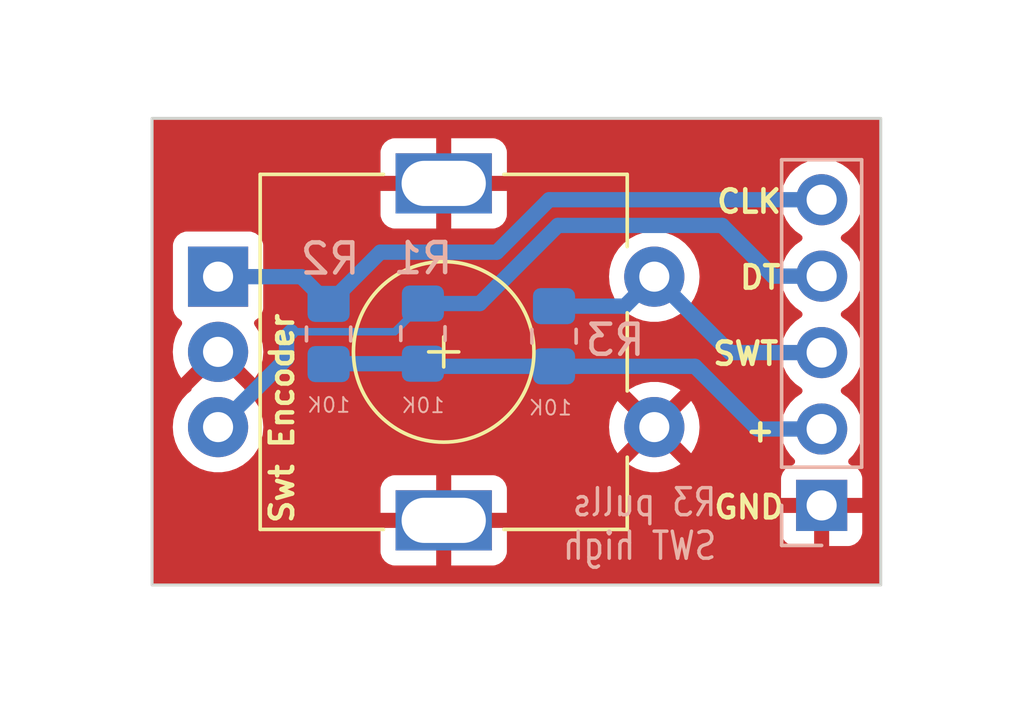
<source format=kicad_pcb>
(kicad_pcb (version 20221018) (generator pcbnew)
  (layers (0 "F.Cu" signal) (31 "B.Cu" signal) (34 "B.Paste" user) (35 "F.Paste" user) (36 "B.SilkS" user "B.Silkscreen") (37 "F.SilkS" user "F.Silkscreen") (38 "B.Mask" user) (39 "F.Mask" user) (44 "Edge.Cuts" user))
  (net 0 "")
  (net 1 "GND")
  (net 2 "+5V")
  (net 3 "/SW")
  (net 4 "/DT")
  (net 5 "/CLK")
  (footprint "000_Thomas_Footprints:Rotary Encoder" (layer "F.Cu") (at 139.707 86.995)
    (fp_text reference "SW1" hide)
    (fp_text value "RotaryEncoder_Switch")
    (fp_line (start -6.218 -5.888) (end -6.218 5.912) (stroke (width 0.12)) (layer "F.SilkS"))
    (fp_line (start -2.118 -5.888) (end -6.218 -5.888) (stroke (width 0.12)) (layer "F.SilkS"))
    (fp_line (start -2.118 5.912) (end -6.218 5.912) (stroke (width 0.12)) (layer "F.SilkS"))
    (fp_line (start -0.618 0.012) (end 0.382 0.012) (stroke (width 0.12)) (layer "F.SilkS"))
    (fp_line (start -0.118 -0.488) (end -0.118 0.512) (stroke (width 0.12)) (layer "F.SilkS"))
    (fp_line (start 1.882 -5.888) (end 5.982 -5.888) (stroke (width 0.12)) (layer "F.SilkS"))
    (fp_line (start 5.982 -5.888) (end 5.982 -3.488) (stroke (width 0.12)) (layer "F.SilkS"))
    (fp_line (start 5.982 -1.288) (end 5.982 1.312) (stroke (width 0.12)) (layer "F.SilkS"))
    (fp_line (start 5.982 3.512) (end 5.982 5.912) (stroke (width 0.12)) (layer "F.SilkS"))
    (fp_line (start 5.982 5.912) (end 1.882 5.912) (stroke (width 0.12)) (layer "F.SilkS"))
    (fp_circle (center -0.118 0.012) (end 2.882 0.012) (stroke (width 0.12)) (fill none) (layer "F.SilkS"))
    (pad "A" thru_hole rect (at -7.618 -2.488) (size 2 2) (drill 1) (layers "*.Cu" "*.Mask") (net 5 "/CLK"))
    (pad "B" thru_hole circle (at -7.618 2.512) (size 2 2) (drill 1) (layers "*.Cu" "*.Mask") (net 4 "/DT"))
    (pad "C" thru_hole circle (at -7.618 0.012) (size 2 2) (drill 1) (layers "*.Cu" "*.Mask") (net 1 "GND"))
    (pad "MP" thru_hole rect (at -0.118 -5.588) (size 3.2 2) (drill oval 2.8 1.5) (layers "*.Cu" "*.Mask") (net 1 "GND"))
    (pad "MP" thru_hole rect (at -0.118 5.612) (size 3.2 2) (drill oval 2.8 1.5) (layers "*.Cu" "*.Mask") (net 1 "GND"))
    (pad "S1" thru_hole circle (at 6.882 2.512) (size 2 2) (drill 1) (layers "*.Cu" "*.Mask") (net 1 "GND"))
    (pad "S2" thru_hole circle (at 6.882 -2.488) (size 2 2) (drill 1) (layers "*.Cu" "*.Mask") (net 3 "/SW"))
  )
  (footprint "Resistor_SMD:R_0805_2012Metric_Pad1.20x1.40mm_HandSolder" (layer "B.Cu") (at 138.897831 86.4 -90)
    (fp_text reference "R1" (at -2.5 0 -180) (layer "B.SilkS") (effects (justify mirror)))
    (fp_text value "10K")
    (fp_line (start -0.227064 -0.735) (end 0.227064 -0.735) (stroke (width 0.12)) (layer "B.SilkS"))
    (fp_line (start -0.227064 0.735) (end 0.227064 0.735) (stroke (width 0.12)) (layer "B.SilkS"))
    (pad "1" smd roundrect (at -1 0 270) (size 1.2 1.4) (layers "B.Cu" "B.Paste" "B.Mask") (roundrect_rratio 0.208333) (net 4 "/DT"))
    (pad "2" smd roundrect (at 1 0 270) (size 1.2 1.4) (layers "B.Cu" "B.Paste" "B.Mask") (roundrect_rratio 0.208333) (net 2 "+5V"))
  )
  (footprint "Resistor_SMD:R_0805_2012Metric_Pad1.20x1.40mm_HandSolder" (layer "B.Cu") (at 135.763 86.4125 -90)
    (fp_text reference "R2" (at -2.5 -0.05 -180) (layer "B.SilkS") (effects (justify mirror)))
    (fp_text value "10K")
    (fp_line (start -0.227064 -0.735) (end 0.227064 -0.735) (stroke (width 0.12)) (layer "B.SilkS"))
    (fp_line (start -0.227064 0.735) (end 0.227064 0.735) (stroke (width 0.12)) (layer "B.SilkS"))
    (pad "1" smd roundrect (at -1 0 270) (size 1.2 1.4) (layers "B.Cu" "B.Paste" "B.Mask") (roundrect_rratio 0.208333) (net 5 "/CLK"))
    (pad "2" smd roundrect (at 1 0 270) (size 1.2 1.4) (layers "B.Cu" "B.Paste" "B.Mask") (roundrect_rratio 0.208333) (net 2 "+5V"))
  )
  (footprint "Connector_PinHeader_2.54mm:PinHeader_1x05_P2.54mm_Vertical" (layer "B.Cu") (at 152.15119 92.11)
    (fp_text reference "J1" hide)
    (fp_text value "Conn_01x05")
    (fp_line (start -1.33 -11.49) (end 1.33 -11.49) (stroke (width 0.12)) (layer "B.SilkS"))
    (fp_line (start -1.33 -1.27) (end -1.33 -11.49) (stroke (width 0.12)) (layer "B.SilkS"))
    (fp_line (start -1.33 -1.27) (end 1.33 -1.27) (stroke (width 0.12)) (layer "B.SilkS"))
    (fp_line (start -1.33 0) (end -1.33 1.33) (stroke (width 0.12)) (layer "B.SilkS"))
    (fp_line (start -1.33 1.33) (end 0 1.33) (stroke (width 0.12)) (layer "B.SilkS"))
    (fp_line (start 1.33 -1.27) (end 1.33 -11.49) (stroke (width 0.12)) (layer "B.SilkS"))
    (pad "1" thru_hole rect (at 0 0) (size 1.7 1.7) (drill 1) (layers "*.Cu" "*.Mask") (net 1 "GND"))
    (pad "2" thru_hole oval (at 0 -2.54) (size 1.7 1.7) (drill 1) (layers "*.Cu" "*.Mask") (net 2 "+5V"))
    (pad "3" thru_hole oval (at 0 -5.08) (size 1.7 1.7) (drill 1) (layers "*.Cu" "*.Mask") (net 3 "/SW"))
    (pad "4" thru_hole oval (at 0 -7.62) (size 1.7 1.7) (drill 1) (layers "*.Cu" "*.Mask") (net 4 "/DT"))
    (pad "5" thru_hole oval (at 0 -10.16) (size 1.7 1.7) (drill 1) (layers "*.Cu" "*.Mask") (net 5 "/CLK"))
  )
  (footprint "Resistor_SMD:R_0805_2012Metric_Pad1.20x1.40mm_HandSolder" (layer "B.Cu") (at 143.256 86.487 -90)
    (fp_text reference "R3" (at 0.127 -2.032 -180) (layer "B.SilkS") (effects (justify mirror)))
    (fp_text value "10K" hide)
    (fp_line (start -0.227064 -0.735) (end 0.227064 -0.735) (stroke (width 0.12)) (layer "B.SilkS"))
    (fp_line (start -0.227064 0.735) (end 0.227064 0.735) (stroke (width 0.12)) (layer "B.SilkS"))
    (pad "1" smd roundrect (at -1 0 270) (size 1.2 1.4) (layers "B.Cu" "B.Paste" "B.Mask") (roundrect_rratio 0.208333) (net 3 "/SW"))
    (pad "2" smd roundrect (at 1 0 270) (size 1.2 1.4) (layers "B.Cu" "B.Paste" "B.Mask") (roundrect_rratio 0.208333) (net 2 "+5V"))
  )
  (gr_rect (start 129.896 79.246) (end 154.116 94.754) (stroke (width 0.1)) (fill none) (layer "Edge.Cuts"))
  (gr_text "10K" (at 143.891 89.154) (layer "B.SilkS") (effects (font (size 0.492 0.492) (thickness 0.06364)) (justify left bottom mirror)))
  (gr_text "R3 pulls\nSWT high" (at 148.717 93.98) (layer "B.SilkS") (effects (font (size 0.8984 0.746) (thickness 0.11444)) (justify left bottom mirror)))
  (gr_text "10K" (at 139.658662 89.075) (layer "B.SilkS") (effects (font (size 0.492 0.492) (thickness 0.06364)) (justify left bottom mirror)))
  (gr_text "10K" (at 136.523831 89.0625) (layer "B.SilkS") (effects (font (size 0.492 0.492) (thickness 0.06364)) (justify left bottom mirror)))
  (gr_text "+" (at 149.55119 90.05) (layer "F.SilkS") (effects (font (size 0.746 0.746)) (justify left bottom)))
  (gr_text "GND" (at 148.50119 92.60634) (layer "F.SilkS") (effects (font (size 0.746 0.746)) (justify left bottom)))
  (gr_text "Swt Encoder" (at 134.65 92.775 90) (layer "F.SilkS") (effects (font (size 0.746 0.746)) (justify left bottom)))
  (gr_text "DT" (at 149.355809 84.97) (layer "F.SilkS") (effects (font (size 0.746 0.746)) (justify left bottom)))
  (gr_text "SWT" (at 148.463 87.503) (layer "F.SilkS") (effects (font (size 0.746 0.746)) (justify left bottom)))
  (gr_text "CLK" (at 148.59 82.44634) (layer "F.SilkS") (effects (font (size 0.746 0.746)) (justify left bottom)))
  (segment (start 147.939 87.487) (end 143.256 87.487) (width 0.508) (layer "B.Cu") (net 2))
  (segment (start 143.256 87.487) (end 138.984831 87.487) (width 0.508) (layer "B.Cu") (net 2))
  (segment (start 152.15119 89.57) (end 150.022 89.57) (width 0.508) (layer "B.Cu") (net 2))
  (segment (start 135.7755 87.4) (end 135.763 87.4125) (width 0.508) (layer "B.Cu") (net 2))
  (segment (start 150.022 89.57) (end 147.939 87.487) (width 0.508) (layer "B.Cu") (net 2))
  (segment (start 138.984831 87.487) (end 138.897831 87.4) (width 0.508) (layer "B.Cu") (net 2))
  (segment (start 138.897831 87.4) (end 135.7755 87.4) (width 0.508) (layer "B.Cu") (net 2))
  (segment (start 149.112 87.03) (end 146.589 84.507) (width 0.508) (layer "B.Cu") (net 3))
  (segment (start 143.256 85.487) (end 145.609 85.487) (width 0.508) (layer "B.Cu") (net 3))
  (segment (start 152.15119 87.03) (end 149.112 87.03) (width 0.508) (layer "B.Cu") (net 3))
  (segment (start 145.609 85.487) (end 146.589 84.507) (width 0.508) (layer "B.Cu") (net 3))
  (segment (start 134.366 86.487) (end 134.5155 86.3375) (width 0.508) (layer "B.Cu") (net 4))
  (segment (start 137.960331 86.3375) (end 138.897831 85.4) (width 0.25) (layer "B.Cu") (net 4))
  (segment (start 140.787 85.4) (end 138.897831 85.4) (width 0.508) (layer "B.Cu") (net 4))
  (segment (start 143.383 82.804) (end 140.787 85.4) (width 0.508) (layer "B.Cu") (net 4))
  (segment (start 152.15119 84.49) (end 150.53 84.49) (width 0.508) (layer "B.Cu") (net 4))
  (segment (start 134.366 87.23) (end 134.366 86.487) (width 0.508) (layer "B.Cu") (net 4))
  (segment (start 150.53 84.49) (end 148.844 82.804) (width 0.508) (layer "B.Cu") (net 4))
  (segment (start 137.960331 86.3375) (end 134.5155 86.3375) (width 0.25) (layer "B.Cu") (net 4))
  (segment (start 148.844 82.804) (end 143.383 82.804) (width 0.508) (layer "B.Cu") (net 4))
  (segment (start 132.089 89.507) (end 134.366 87.23) (width 0.508) (layer "B.Cu") (net 4))
  (segment (start 141.351 83.693) (end 137.4825 83.693) (width 0.508) (layer "B.Cu") (net 5))
  (segment (start 143.094 81.95) (end 141.351 83.693) (width 0.508) (layer "B.Cu") (net 5))
  (segment (start 152.15119 81.95) (end 143.094 81.95) (width 0.508) (layer "B.Cu") (net 5))
  (segment (start 134.8575 84.507) (end 135.763 85.4125) (width 0.508) (layer "B.Cu") (net 5))
  (segment (start 137.4825 83.693) (end 135.763 85.4125) (width 0.508) (layer "B.Cu") (net 5))
  (segment (start 132.089 84.507) (end 134.8575 84.507) (width 0.508) (layer "B.Cu") (net 5))
  (zone (net 1) (net_name "GND") (layer "F.Cu") (connect_pads (clearance 0.5)) (min_thickness 0.25) (fill yes (thermal_gap 0.5) (thermal_bridge_width 0.5))
    (polygon (pts (xy 124.841 75.438) (xy 158.877 75.311) (xy 158.877 98.679) (xy 124.841 98.806)))
  )
)
</source>
